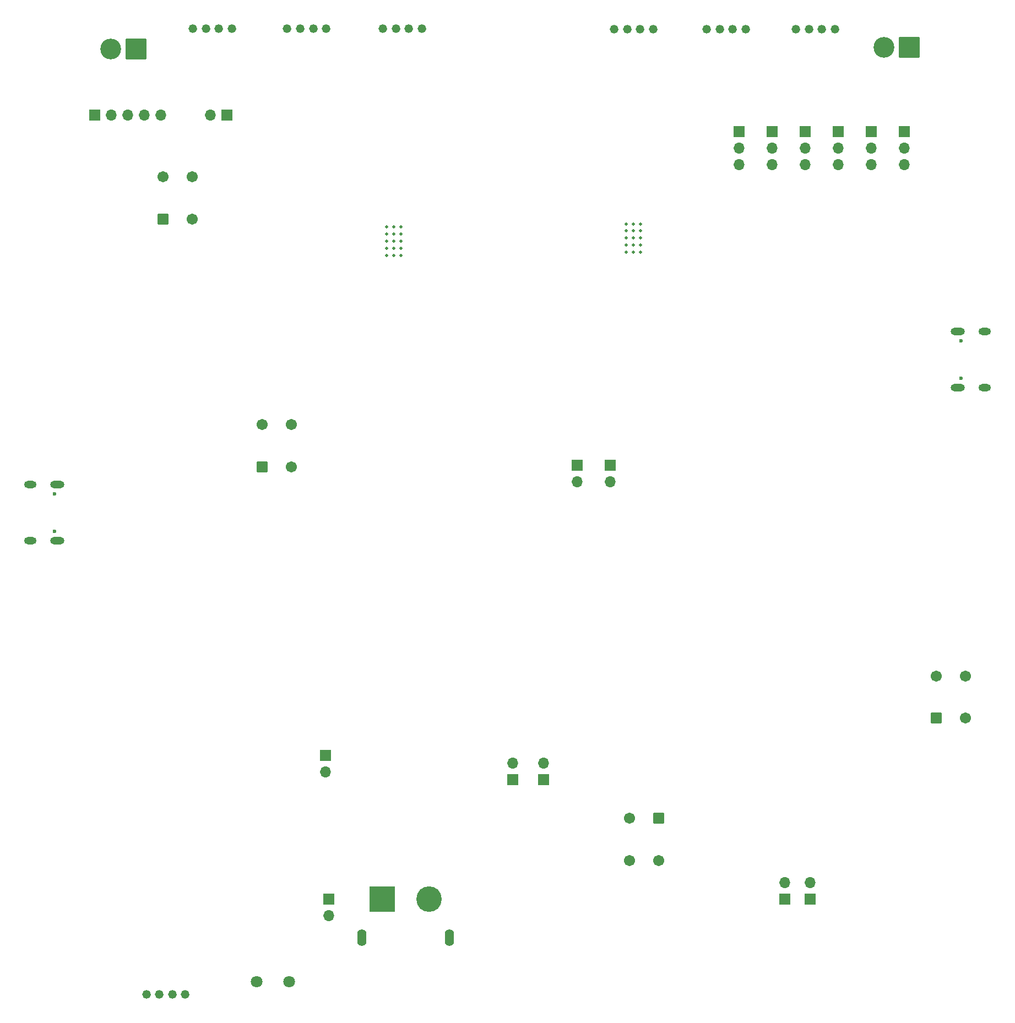
<source format=gbs>
%TF.GenerationSoftware,KiCad,Pcbnew,7.0.9*%
%TF.CreationDate,2024-03-20T17:00:13-04:00*%
%TF.ProjectId,CSTAR,43535441-522e-46b6-9963-61645f706362,rev?*%
%TF.SameCoordinates,Original*%
%TF.FileFunction,Soldermask,Bot*%
%TF.FilePolarity,Negative*%
%FSLAX46Y46*%
G04 Gerber Fmt 4.6, Leading zero omitted, Abs format (unit mm)*
G04 Created by KiCad (PCBNEW 7.0.9) date 2024-03-20 17:00:13*
%MOMM*%
%LPD*%
G01*
G04 APERTURE LIST*
G04 Aperture macros list*
%AMRoundRect*
0 Rectangle with rounded corners*
0 $1 Rounding radius*
0 $2 $3 $4 $5 $6 $7 $8 $9 X,Y pos of 4 corners*
0 Add a 4 corners polygon primitive as box body*
4,1,4,$2,$3,$4,$5,$6,$7,$8,$9,$2,$3,0*
0 Add four circle primitives for the rounded corners*
1,1,$1+$1,$2,$3*
1,1,$1+$1,$4,$5*
1,1,$1+$1,$6,$7*
1,1,$1+$1,$8,$9*
0 Add four rect primitives between the rounded corners*
20,1,$1+$1,$2,$3,$4,$5,0*
20,1,$1+$1,$4,$5,$6,$7,0*
20,1,$1+$1,$6,$7,$8,$9,0*
20,1,$1+$1,$8,$9,$2,$3,0*%
G04 Aperture macros list end*
%ADD10R,1.700000X1.700000*%
%ADD11O,1.700000X1.700000*%
%ADD12C,1.320800*%
%ADD13C,0.499999*%
%ADD14C,0.600000*%
%ADD15O,2.204000X1.104000*%
%ADD16O,1.904000X1.104000*%
%ADD17RoundRect,0.102000X-0.749000X0.749000X-0.749000X-0.749000X0.749000X-0.749000X0.749000X0.749000X0*%
%ADD18C,1.702000*%
%ADD19RoundRect,0.102000X1.500000X1.500000X-1.500000X1.500000X-1.500000X-1.500000X1.500000X-1.500000X0*%
%ADD20C,3.204000*%
%ADD21RoundRect,0.102000X1.858000X1.858000X-1.858000X1.858000X-1.858000X-1.858000X1.858000X-1.858000X0*%
%ADD22C,3.920000*%
%ADD23O,1.404000X2.604000*%
%ADD24C,1.803400*%
%ADD25RoundRect,0.102000X0.749000X-0.749000X0.749000X0.749000X-0.749000X0.749000X-0.749000X-0.749000X0*%
G04 APERTURE END LIST*
D10*
%TO.C,J10*%
X162560000Y-68580000D03*
D11*
X162560000Y-71120000D03*
X162560000Y-73660000D03*
%TD*%
D12*
%TO.C,J18*%
X143320000Y-52793000D03*
X145319999Y-52793000D03*
X147320000Y-52793000D03*
X149319998Y-52793000D03*
%TD*%
D10*
%TO.C,J2*%
X132461000Y-168153000D03*
D11*
X132461000Y-165613000D03*
%TD*%
D10*
%TO.C,J22*%
X137668000Y-119883000D03*
D11*
X137668000Y-122423000D03*
%TD*%
D13*
%TO.C,U2*%
X145203997Y-82719999D03*
X145203997Y-83820000D03*
X145203997Y-84920000D03*
X145203997Y-86020000D03*
X145203997Y-87120001D03*
X146303997Y-82719999D03*
X146303997Y-87120001D03*
X146304000Y-83820000D03*
X146304000Y-84920000D03*
X146304000Y-86020000D03*
X147403997Y-82719999D03*
X147403997Y-83820000D03*
X147403997Y-84920000D03*
X147403997Y-86020000D03*
X147403997Y-87120001D03*
%TD*%
D12*
%TO.C,J17*%
X157553401Y-52832000D03*
X159553400Y-52832000D03*
X161553401Y-52832000D03*
X163553399Y-52832000D03*
%TD*%
D10*
%TO.C,J3*%
X98933000Y-164460000D03*
D11*
X98933000Y-167000000D03*
%TD*%
D12*
%TO.C,J11*%
X171260000Y-52832000D03*
X173259999Y-52832000D03*
X175260000Y-52832000D03*
X177259998Y-52832000D03*
%TD*%
D10*
%TO.C,J20*%
X142748000Y-119883000D03*
D11*
X142748000Y-122423000D03*
%TD*%
D10*
%TO.C,J6*%
X173482000Y-186576000D03*
D11*
X173482000Y-184036000D03*
%TD*%
D10*
%TO.C,J5*%
X169545000Y-186576000D03*
D11*
X169545000Y-184036000D03*
%TD*%
D10*
%TO.C,J15*%
X167640000Y-68580000D03*
D11*
X167640000Y-71120000D03*
X167640000Y-73660000D03*
%TD*%
D14*
%TO.C,J31*%
X196650000Y-106494000D03*
X196650000Y-100714000D03*
D15*
X196160000Y-107929000D03*
X196160000Y-99279000D03*
D16*
X200330000Y-107929000D03*
X200330000Y-99279000D03*
%TD*%
D10*
%TO.C,J8*%
X182880000Y-68580000D03*
D11*
X182880000Y-71120000D03*
X182880000Y-73660000D03*
%TD*%
D17*
%TO.C,SW4*%
X150205000Y-174100000D03*
D18*
X150205000Y-180600000D03*
X145705000Y-174100000D03*
X145705000Y-180600000D03*
%TD*%
D13*
%TO.C,U3*%
X108323200Y-83179198D03*
X108323200Y-84279199D03*
X108323200Y-85379199D03*
X108323200Y-86479199D03*
X108323200Y-87579200D03*
X109423200Y-83179198D03*
X109423200Y-87579200D03*
X109423203Y-84279199D03*
X109423203Y-85379199D03*
X109423203Y-86479199D03*
X110523200Y-83179198D03*
X110523200Y-84279199D03*
X110523200Y-85379199D03*
X110523200Y-86479199D03*
X110523200Y-87579200D03*
%TD*%
D10*
%TO.C,J1*%
X99441000Y-186558000D03*
D11*
X99441000Y-189098000D03*
%TD*%
D12*
%TO.C,J19*%
X93060002Y-52705000D03*
X95060001Y-52705000D03*
X97060002Y-52705000D03*
X99060000Y-52705000D03*
%TD*%
D10*
%TO.C,J9*%
X172720000Y-68580000D03*
D11*
X172720000Y-71120000D03*
X172720000Y-73660000D03*
%TD*%
D12*
%TO.C,J12*%
X78550000Y-52705000D03*
X80549999Y-52705000D03*
X82550000Y-52705000D03*
X84549998Y-52705000D03*
%TD*%
D19*
%TO.C,X2*%
X188722000Y-55626000D03*
D20*
X184762000Y-55626000D03*
%TD*%
D19*
%TO.C,X1*%
X69850000Y-55880000D03*
D20*
X65890000Y-55880000D03*
%TD*%
D12*
%TO.C,J29*%
X77396599Y-201207001D03*
X75396600Y-201207001D03*
X73396599Y-201207001D03*
X71396601Y-201207001D03*
%TD*%
%TO.C,J21*%
X107760000Y-52705000D03*
X109759999Y-52705000D03*
X111760000Y-52705000D03*
X113759998Y-52705000D03*
%TD*%
D21*
%TO.C,J4*%
X107652000Y-186532000D03*
D22*
X114852000Y-186532000D03*
D23*
X104502000Y-192532000D03*
X118002000Y-192532000D03*
%TD*%
D14*
%TO.C,J25*%
X57262500Y-124222000D03*
X57262500Y-130002000D03*
D15*
X57752500Y-122787000D03*
X57752500Y-131437000D03*
D16*
X53582500Y-122787000D03*
X53582500Y-131437000D03*
%TD*%
D10*
%TO.C,J23*%
X127762000Y-168153000D03*
D11*
X127762000Y-165613000D03*
%TD*%
D24*
%TO.C,J30*%
X93392000Y-199263000D03*
X88392000Y-199263000D03*
%TD*%
D10*
%TO.C,J14*%
X177800000Y-68580000D03*
D11*
X177800000Y-71120000D03*
X177800000Y-73660000D03*
%TD*%
D10*
%TO.C,J16*%
X187960000Y-68580000D03*
D11*
X187960000Y-71120000D03*
X187960000Y-73660000D03*
%TD*%
D25*
%TO.C,SW1*%
X89190000Y-120090000D03*
D18*
X89190000Y-113590000D03*
X93690000Y-120090000D03*
X93690000Y-113590000D03*
%TD*%
D10*
%TO.C,J24*%
X83820000Y-66040000D03*
D11*
X81280000Y-66040000D03*
%TD*%
D25*
%TO.C,SW2*%
X73950000Y-81990000D03*
D18*
X73950000Y-75490000D03*
X78450000Y-81990000D03*
X78450000Y-75490000D03*
%TD*%
D10*
%TO.C,J13*%
X63500000Y-66040000D03*
D11*
X66040000Y-66040000D03*
X68580000Y-66040000D03*
X71120000Y-66040000D03*
X73660000Y-66040000D03*
%TD*%
D25*
%TO.C,SW3*%
X192822000Y-158750000D03*
D18*
X192822000Y-152250000D03*
X197322000Y-158750000D03*
X197322000Y-152250000D03*
%TD*%
M02*

</source>
